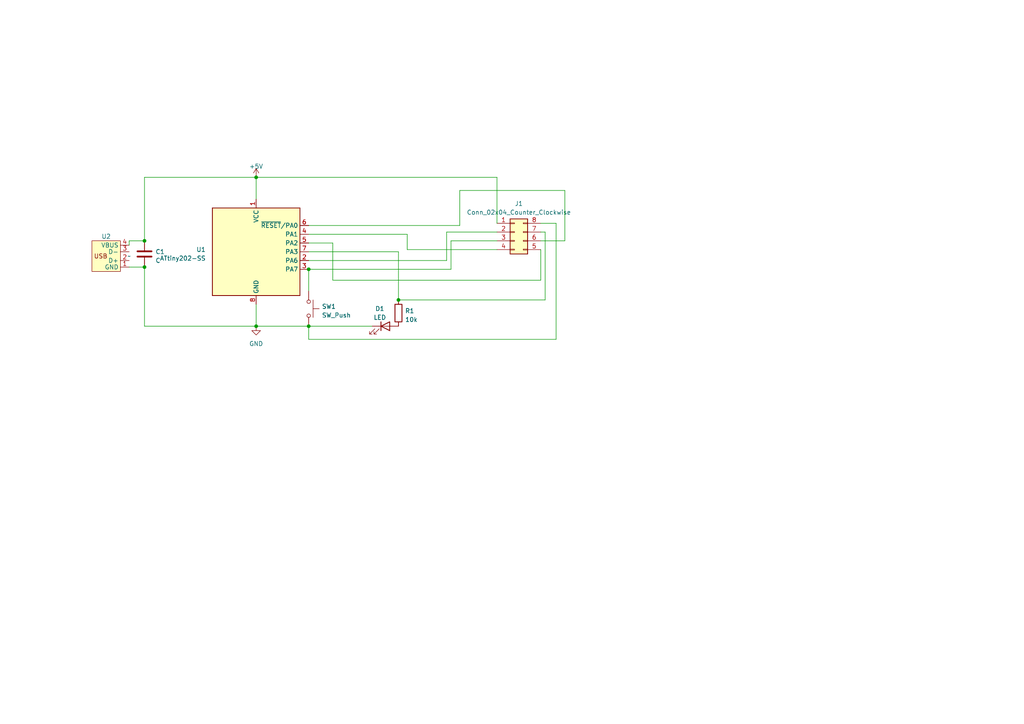
<source format=kicad_sch>
(kicad_sch (version 20230121) (generator eeschema)
  (paper "A4")
  (lib_symbols
    (symbol "Connector_Generic:Conn_02x04_Counter_Clockwise" (pin_names (offset 1.016) hide)
      (property "Reference" "J" (at 1.27 5.08 0))
      (property "Value" "Conn_02x04_Counter_Clockwise" (at 1.27 -7.62 0))
      (symbol "Conn_02x04_Counter_Clockwise_1_1"
        (rectangle (start -1.27 -4.953) (end 0 -5.207) (stroke (width 0.1524)))
        (rectangle (start -1.27 -2.413) (end 0 -2.667) (stroke (width 0.1524)))
        (rectangle (start -1.27 0.127) (end 0 -0.127) (stroke (width 0.1524)))
        (rectangle (start -1.27 2.667) (end 0 2.413) (stroke (width 0.1524)))
        (rectangle (start -1.27 3.81) (end 3.81 -6.35) (stroke (width 0.254)) (fill (type background)))
        (rectangle (start 3.81 -4.953) (end 2.54 -5.207) (stroke (width 0.1524)))
        (rectangle (start 3.81 -2.413) (end 2.54 -2.667) (stroke (width 0.1524)))
        (rectangle (start 3.81 0.127) (end 2.54 -0.127) (stroke (width 0.1524)))
        (rectangle (start 3.81 2.667) (end 2.54 2.413) (stroke (width 0.1524)))
        (pin passive line (at -5.08 2.54 0) (length 3.81) (name "Pin_1") (number "1"))
        (pin passive line (at -5.08 0 0) (length 3.81) (name "Pin_2") (number "2"))
        (pin passive line (at -5.08 -2.54 0) (length 3.81) (name "Pin_3") (number "3"))
        (pin passive line (at -5.08 -5.08 0) (length 3.81) (name "Pin_4") (number "4"))
        (pin passive line (at 7.62 -5.08 180) (length 3.81) (name "Pin_5") (number "5"))
        (pin passive line (at 7.62 -2.54 180) (length 3.81) (name "Pin_6") (number "6"))
        (pin passive line (at 7.62 0 180) (length 3.81) (name "Pin_7") (number "7"))
        (pin passive line (at 7.62 2.54 180) (length 3.81) (name "Pin_8") (number "8"))
      )
    )
    (symbol "Device:C" (pin_numbers hide) (pin_names (offset 0.254))
      (property "Reference" "C" (at 0.635 2.54 0))
      (property "Value" "C" (at 0.635 -2.54 0))
      (symbol "C_0_1"
        (polyline (pts (xy -2.032 -0.762) (xy 2.032 -0.762)) (stroke (width 0.508)))
        (polyline (pts (xy -2.032 0.762) (xy 2.032 0.762)) (stroke (width 0.508)))
      )
      (symbol "C_1_1"
        (pin passive line (at 0 3.81 270) (length 2.794) (name "~") (number "1"))
        (pin passive line (at 0 -3.81 90) (length 2.794) (name "~") (number "2"))
      )
    )
    (symbol "Device:LED" (pin_numbers hide) (pin_names (offset 1.016) hide)
      (property "Reference" "D" (at 0 2.54 0))
      (property "Value" "LED" (at 0 -2.54 0))
      (symbol "LED_0_1"
        (polyline (pts (xy -1.27 -1.27) (xy -1.27 1.27)) (stroke (width 0.254)))
        (polyline (pts (xy -1.27 0) (xy 1.27 0)))
        (polyline (pts (xy 1.27 -1.27) (xy 1.27 1.27) (xy -1.27 0) (xy 1.27 -1.27)) (stroke (width 0.254)))
        (polyline (pts (xy -3.048 -0.762) (xy -4.572 -2.286) (xy -3.81 -2.286) (xy -4.572 -2.286) (xy -4.572 -1.524)))
        (polyline (pts (xy -1.778 -0.762) (xy -3.302 -2.286) (xy -2.54 -2.286) (xy -3.302 -2.286) (xy -3.302 -1.524)))
      )
      (symbol "LED_1_1"
        (pin passive line (at -3.81 0 0) (length 2.54) (name "K") (number "1"))
        (pin passive line (at 3.81 0 180) (length 2.54) (name "A") (number "2"))
      )
    )
    (symbol "Device:R" (pin_numbers hide) (pin_names (offset 0))
      (property "Reference" "R" (at 2.032 0 90))
      (property "Value" "R" (at 0 0 90))
      (symbol "R_0_1"
        (rectangle (start -1.016 -2.54) (end 1.016 2.54) (stroke (width 0.254)))
      )
      (symbol "R_1_1"
        (pin passive line (at 0 3.81 270) (length 1.27) (name "~") (number "1"))
        (pin passive line (at 0 -3.81 90) (length 1.27) (name "~") (number "2"))
      )
    )
    (symbol "MCU_Microchip_ATtiny:ATtiny202-SS"
      (property "Reference" "U" (at -12.7 13.97 0))
      (property "Value" "ATtiny202-SS" (at 2.54 -13.97 0))
      (symbol "ATtiny202-SS_0_1"
        (rectangle (start -12.7 -12.7) (end 12.7 12.7) (stroke (width 0.254)) (fill (type background)))
      )
      (symbol "ATtiny202-SS_1_1"
        (pin power_in line (at 0 15.24 270) (length 2.54) (name "VCC") (number "1"))
        (pin bidirectional line (at 15.24 -2.54 180) (length 2.54) (name "PA6") (number "2"))
        (pin bidirectional line (at 15.24 -5.08 180) (length 2.54) (name "PA7") (number "3"))
        (pin bidirectional line (at 15.24 5.08 180) (length 2.54) (name "PA1") (number "4"))
        (pin bidirectional line (at 15.24 2.54 180) (length 2.54) (name "PA2") (number "5"))
        (pin bidirectional line (at 15.24 7.62 180) (length 2.54) (name "~{RESET}/PA0") (number "6"))
        (pin bidirectional line (at 15.24 0 180) (length 2.54) (name "PA3") (number "7"))
        (pin power_in line (at 0 -15.24 90) (length 2.54) (name "GND") (number "8"))
      )
    )
    (symbol "Switch:SW_Push" (pin_numbers hide) (pin_names (offset 1.016) hide)
      (property "Reference" "SW" (at 1.27 2.54 0))
      (property "Value" "SW_Push" (at 0 -1.524 0))
      (symbol "SW_Push_0_1"
        (circle (center -2.032 0) (radius 0.508))
        (polyline (pts (xy 0 1.27) (xy 0 3.048)))
        (polyline (pts (xy 2.54 1.27) (xy -2.54 1.27)))
        (circle (center 2.032 0) (radius 0.508))
        (pin passive line (at -5.08 0 0) (length 2.54) (name "1") (number "1"))
        (pin passive line (at 5.08 0 180) (length 2.54) (name "2") (number "2"))
      )
    )
    (symbol "power:+5V" (power) (pin_names (offset 0))
      (property "Value" "+5V" (at 0 3.556 0))
      (symbol "+5V_0_1"
        (polyline (pts (xy -0.762 1.27) (xy 0 2.54)))
        (polyline (pts (xy 0 0) (xy 0 2.54)))
        (polyline (pts (xy 0 2.54) (xy 0.762 1.27)))
      )
      (symbol "+5V_1_1"
        (pin power_in line (at 0 0 90) (length 0) hide (name "+5V") (number "1"))
      )
    )
    (symbol "power:GND" (power) (pin_names (offset 0))
      (property "Value" "GND" (at 0 -3.81 0))
      (symbol "GND_0_1"
        (polyline (pts (xy 0 0) (xy 0 -1.27) (xy 1.27 -1.27) (xy 0 -2.54) (xy -1.27 -1.27) (xy 0 -1.27)))
      )
      (symbol "GND_1_1"
        (pin power_in line (at 0 0 270) (length 0) hide (name "GND") (number "1"))
      )
    )
    (symbol "usb_a_pcb:PCB_USB_Conn"
      (property "Reference" "U" (at 0 0 0))
      (symbol "PCB_USB_Conn_1_1"
        (rectangle (start 2.54 4.445) (end 10.795 -4.445) (fill (type background)))
        (text "USB\n" (at 8.255 0 0) (effects (font (size 1.27 1.27))))
        (pin power_in line (at 0 3.175 0) (length 2.54) (name "GND") (number "1"))
        (pin bidirectional line (at 0 1.27 0) (length 2.54) (name "D+") (number "2"))
        (pin bidirectional line (at 0 -1.27 0) (length 2.54) (name "D-") (number "3"))
        (pin power_in line (at 0 -3.175 0) (length 2.54) (name "VBUS") (number "4"))
      )
    )
  )
  (junction (at 41.91 77.47))
  (junction (at 74.295 94.615))
  (junction (at 41.91 69.85))
  (junction (at 89.535 94.615))
  (junction (at 115.57 86.995))
  (junction (at 74.295 51.435))
  (junction (at 89.535 78.105))
  (wire (pts (xy 156.845 72.39) (xy 156.845 81.28)))
  (wire (pts (xy 156.845 64.77) (xy 161.29 64.77)))
  (wire (pts (xy 74.295 51.435) (xy 144.145 51.435)))
  (wire (pts (xy 163.83 55.245) (xy 163.83 69.85)))
  (wire (pts (xy 89.535 78.105) (xy 89.535 84.455)))
  (wire (pts (xy 89.535 73.025) (xy 115.57 73.025)))
  (wire (pts (xy 158.115 67.31) (xy 158.115 86.995)))
  (wire (pts (xy 89.535 65.405) (xy 133.35 65.405)))
  (wire (pts (xy 158.115 86.995) (xy 115.57 86.995)))
  (wire (pts (xy 41.91 77.47) (xy 41.91 94.615)))
  (wire (pts (xy 74.295 94.615) (xy 89.535 94.615)))
  (wire (pts (xy 144.145 72.39) (xy 118.11 72.39)))
  (wire (pts (xy 129.54 67.31) (xy 129.54 75.565)))
  (wire (pts (xy 118.11 67.945) (xy 89.535 67.945)))
  (wire (pts (xy 130.81 78.105) (xy 89.535 78.105)))
  (wire (pts (xy 37.465 71.12) (xy 37.465 69.85)))
  (wire (pts (xy 163.83 69.85) (xy 156.845 69.85)))
  (wire (pts (xy 129.54 75.565) (xy 89.535 75.565)))
  (wire (pts (xy 156.845 67.31) (xy 158.115 67.31)))
  (wire (pts (xy 96.52 81.28) (xy 96.52 70.485)))
  (wire (pts (xy 133.35 55.245) (xy 163.83 55.245)))
  (wire (pts (xy 133.35 65.405) (xy 133.35 55.245)))
  (wire (pts (xy 37.465 69.85) (xy 41.91 69.85)))
  (wire (pts (xy 41.91 69.85) (xy 41.91 51.435)))
  (wire (pts (xy 161.29 64.77) (xy 161.29 98.425)))
  (wire (pts (xy 74.295 88.265) (xy 74.295 94.615)))
  (wire (pts (xy 96.52 70.485) (xy 89.535 70.485)))
  (wire (pts (xy 115.57 73.025) (xy 115.57 86.995)))
  (wire (pts (xy 144.145 67.31) (xy 129.54 67.31)))
  (wire (pts (xy 89.535 94.615) (xy 107.95 94.615)))
  (wire (pts (xy 41.91 94.615) (xy 74.295 94.615)))
  (wire (pts (xy 41.91 51.435) (xy 74.295 51.435)))
  (wire (pts (xy 118.11 72.39) (xy 118.11 67.945)))
  (wire (pts (xy 144.145 69.85) (xy 130.81 69.85)))
  (wire (pts (xy 74.295 51.435) (xy 74.295 57.785)))
  (wire (pts (xy 161.29 98.425) (xy 89.535 98.425)))
  (wire (pts (xy 37.465 77.47) (xy 41.91 77.47)))
  (wire (pts (xy 130.81 69.85) (xy 130.81 78.105)))
  (wire (pts (xy 89.535 94.615) (xy 89.535 98.425)))
  (wire (pts (xy 156.845 81.28) (xy 96.52 81.28)))
  (wire (pts (xy 144.145 64.77) (xy 144.145 51.435)))
  (symbol (lib_id "Device:R") (at 115.57 90.805 0) (unit 1)
    (property "Reference" "R1" (at 117.475 90.17 0) (effects (justify left)))
    (property "Value" "10k" (at 117.475 92.71 0) (effects (justify left)))
    (property "Footprint" "Resistor_SMD:R_0603_1608Metric_Pad0.98x0.95mm_HandSolder" (effects hide))
  )
  (symbol (lib_id "Device:LED") (at 111.76 94.615 0) (unit 1)
    (property "Reference" "D1" (at 110.1725 89.535 0))
    (property "Value" "LED" (at 110.1725 92.075 0))
    (property "Footprint" "LED_SMD:LED_0603_1608Metric_Pad1.05x0.95mm_HandSolder" (effects hide))
  )
  (symbol (lib_id "Connector_Generic:Conn_02x04_Counter_Clockwise") (at 149.225 67.31 0) (unit 1)
    (property "Reference" "J1" (at 150.495 59.055 0))
    (property "Value" "Conn_02x04_Counter_Clockwise" (at 150.495 61.595 0))
    (property "Footprint" "Package_DIP:DIP-8_W7.62mm" (effects hide))
  )
  (symbol (lib_id "MCU_Microchip_ATtiny:ATtiny202-SS") (at 74.295 73.025 0) (unit 1)
    (property "Reference" "U1" (at 59.69 72.39 0) (effects (justify right)))
    (property "Value" "ATtiny202-SS" (at 59.69 74.93 0) (effects (justify right)))
    (property "Footprint" "Package_SO:SOIC-8_3.9x4.9mm_P1.27mm" (effects hide))
    (property "Datasheet" "http://ww1.microchip.com/downloads/en/DeviceDoc/ATtiny202-402-AVR-MCU-with-Core-Independent-Peripherals_and-picoPower-40001969A.pdf" (effects hide))
  )
  (symbol (lib_id "power:GND") (at 74.295 94.615 0) (unit 1)
    (property "Reference" "#PWR02" (effects hide))
    (property "Value" "GND" (at 74.295 99.695 0))
  )
  (symbol (lib_id "usb_a_pcb:PCB_USB_Conn") (at 37.465 74.295 180) (unit 1)
    (property "Reference" "U2" (at 30.7975 68.58 0))
    (property "Value" "~" (at 37.465 74.295 0))
    (property "Footprint" "Library:PCB_USB_Conn" (effects hide))
  )
  (symbol (lib_id "Switch:SW_Push") (at 89.535 89.535 270) (unit 1)
    (property "Reference" "SW1" (at 93.345 88.9 90) (effects (justify left)))
    (property "Value" "SW_Push" (at 93.345 91.44 90) (effects (justify left)))
    (property "Footprint" "Library:THAF01-NC-R" (effects hide))
  )
  (symbol (lib_id "power:+5V") (at 74.295 51.435 0) (unit 1)
    (property "Reference" "#PWR01" (effects hide))
    (property "Value" "+5V" (at 74.295 48.26 0))
  )
  (symbol (lib_id "Device:C") (at 41.91 73.66 0) (unit 1)
    (property "Reference" "C1" (at 45.085 73.025 0) (effects (justify left)))
    (property "Value" "C" (at 45.085 75.565 0) (effects (justify left)))
    (property "Footprint" "Capacitor_SMD:C_0603_1608Metric_Pad1.08x0.95mm_HandSolder" (effects hide))
  )
)
</source>
